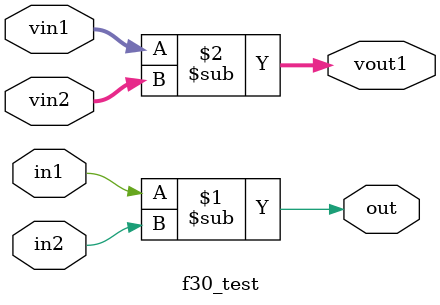
<source format=v>
module f30_test(out, in1, in2, vin1, vin2, vout1);
output out;
input in1, in2;
input [1:0] vin1;
input [2:0] vin2;
output [3:0] vout1;
assign out = in1 - in2;
assign vout1 = vin1 - vin2;
endmodule
</source>
